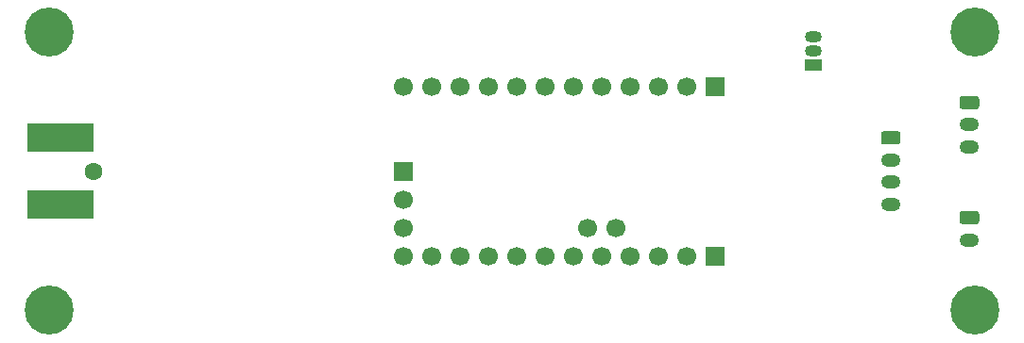
<source format=gbr>
%TF.GenerationSoftware,KiCad,Pcbnew,(5.1.9)-1*%
%TF.CreationDate,2021-05-22T23:59:23+02:00*%
%TF.ProjectId,LoRaProMini,4c6f5261-5072-46f4-9d69-6e692e6b6963,rev?*%
%TF.SameCoordinates,Original*%
%TF.FileFunction,Soldermask,Bot*%
%TF.FilePolarity,Negative*%
%FSLAX46Y46*%
G04 Gerber Fmt 4.6, Leading zero omitted, Abs format (unit mm)*
G04 Created by KiCad (PCBNEW (5.1.9)-1) date 2021-05-22 23:59:23*
%MOMM*%
%LPD*%
G01*
G04 APERTURE LIST*
%ADD10C,0.700000*%
%ADD11C,4.400000*%
%ADD12C,1.700000*%
%ADD13R,1.700000X1.700000*%
%ADD14R,1.500000X1.050000*%
%ADD15O,1.500000X1.050000*%
%ADD16C,1.600000*%
%ADD17R,6.000000X2.500000*%
%ADD18O,1.750000X1.200000*%
G04 APERTURE END LIST*
D10*
%TO.C,REF\u002A\u002A*%
X186606726Y-102025274D03*
X185440000Y-101542000D03*
X184273274Y-102025274D03*
X183790000Y-103192000D03*
X184273274Y-104358726D03*
X185440000Y-104842000D03*
X186606726Y-104358726D03*
X187090000Y-103192000D03*
D11*
X185440000Y-103192000D03*
%TD*%
D10*
%TO.C,REF\u002A\u002A*%
X103606726Y-102023274D03*
X102440000Y-101540000D03*
X101273274Y-102023274D03*
X100790000Y-103190000D03*
X101273274Y-104356726D03*
X102440000Y-104840000D03*
X103606726Y-104356726D03*
X104090000Y-103190000D03*
D11*
X102440000Y-103190000D03*
%TD*%
D10*
%TO.C,REF\u002A\u002A*%
X103606726Y-77023274D03*
X102440000Y-76540000D03*
X101273274Y-77023274D03*
X100790000Y-78190000D03*
X101273274Y-79356726D03*
X102440000Y-79840000D03*
X103606726Y-79356726D03*
X104090000Y-78190000D03*
D11*
X102440000Y-78190000D03*
%TD*%
D10*
%TO.C,REF\u002A\u002A*%
X186606726Y-77025274D03*
X185440000Y-76542000D03*
X184273274Y-77025274D03*
X183790000Y-78192000D03*
X184273274Y-79358726D03*
X185440000Y-79842000D03*
X186606726Y-79358726D03*
X187090000Y-78192000D03*
D11*
X185440000Y-78192000D03*
%TD*%
D12*
%TO.C,Arduino Pro Mini*%
X134200000Y-98310000D03*
X134200000Y-95770000D03*
X134200000Y-93230000D03*
D13*
X134200000Y-90690000D03*
D12*
X136740000Y-98310000D03*
X141820000Y-98310000D03*
X139280000Y-98310000D03*
X149440000Y-98310000D03*
X151980000Y-98310000D03*
X146900000Y-98310000D03*
X144360000Y-98310000D03*
X154520000Y-98310000D03*
X157060000Y-98310000D03*
D13*
X162140000Y-98310000D03*
D12*
X159600000Y-98310000D03*
X159600000Y-83070000D03*
D13*
X162140000Y-83070000D03*
D12*
X157060000Y-83070000D03*
X154520000Y-83070000D03*
X144360000Y-83070000D03*
X146900000Y-83070000D03*
X151980000Y-83070000D03*
X149440000Y-83070000D03*
X139280000Y-83070000D03*
X141820000Y-83070000D03*
X136740000Y-83070000D03*
X134200000Y-83070000D03*
X153250000Y-95770000D03*
X150710000Y-95770000D03*
%TD*%
D14*
%TO.C,DS18B20*%
X170940000Y-81192000D03*
D15*
X170940000Y-78652000D03*
X170940000Y-79922000D03*
%TD*%
D16*
%TO.C,ANT*%
X106449000Y-90690000D03*
D17*
X103440000Y-93692000D03*
X103440000Y-87692000D03*
%TD*%
D18*
%TO.C,I2C BUS*%
X177888000Y-93692000D03*
X177888000Y-91692000D03*
X177888000Y-89692000D03*
G36*
G01*
X177262999Y-87092000D02*
X178513001Y-87092000D01*
G75*
G02*
X178763000Y-87341999I0J-249999D01*
G01*
X178763000Y-88042001D01*
G75*
G02*
X178513001Y-88292000I-249999J0D01*
G01*
X177262999Y-88292000D01*
G75*
G02*
X177013000Y-88042001I0J249999D01*
G01*
X177013000Y-87341999D01*
G75*
G02*
X177262999Y-87092000I249999J0D01*
G01*
G37*
%TD*%
%TO.C,1-WIRE BUS*%
X184940000Y-88525333D03*
X184940000Y-86525333D03*
G36*
G01*
X184314999Y-83925333D02*
X185565001Y-83925333D01*
G75*
G02*
X185815000Y-84175332I0J-249999D01*
G01*
X185815000Y-84875334D01*
G75*
G02*
X185565001Y-85125333I-249999J0D01*
G01*
X184314999Y-85125333D01*
G75*
G02*
X184065000Y-84875334I0J249999D01*
G01*
X184065000Y-84175332D01*
G75*
G02*
X184314999Y-83925333I249999J0D01*
G01*
G37*
%TD*%
%TO.C,PWR*%
X184940000Y-96858666D03*
G36*
G01*
X184314999Y-94258666D02*
X185565001Y-94258666D01*
G75*
G02*
X185815000Y-94508665I0J-249999D01*
G01*
X185815000Y-95208667D01*
G75*
G02*
X185565001Y-95458666I-249999J0D01*
G01*
X184314999Y-95458666D01*
G75*
G02*
X184065000Y-95208667I0J249999D01*
G01*
X184065000Y-94508665D01*
G75*
G02*
X184314999Y-94258666I249999J0D01*
G01*
G37*
%TD*%
M02*

</source>
